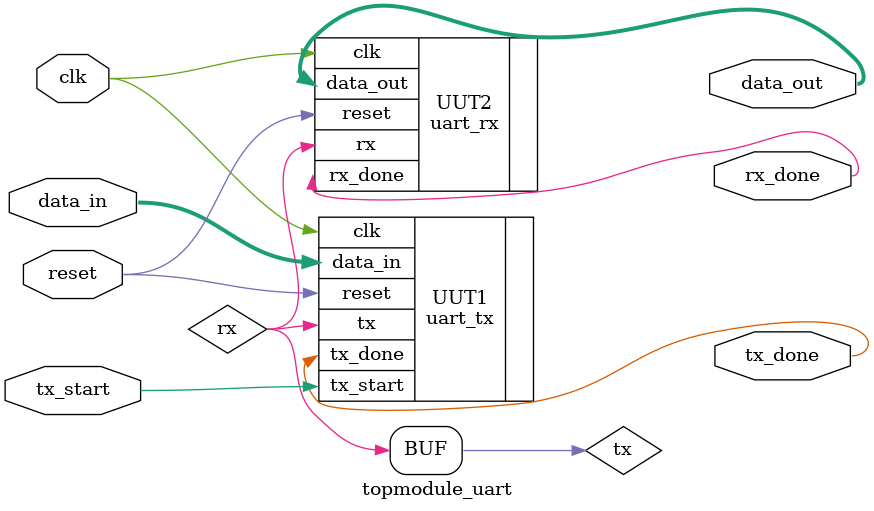
<source format=v>
module topmodule_uart (
    input wire clk,
    input wire reset,
    input wire [7:0] data_in,
    input wire tx_start,
    //output wire tx_rx,
    output wire tx_done,
	output wire [7:0] data_out,
	output wire rx_done
);
wire tx;
wire rx;

 uart_tx UUT1 (
        .clk(clk), 
        .reset(reset), 
        .data_in(data_in), 
        .tx_start(tx_start), 
        .tx(tx), 
        .tx_done(tx_done)
        );
assign rx = tx;		
 uart_rx UUT2 (
        .clk(clk), 
        .reset(reset), 
        .rx(rx), 
        .data_out(data_out), 
        .rx_done(rx_done)
        );


endmodule
</source>
